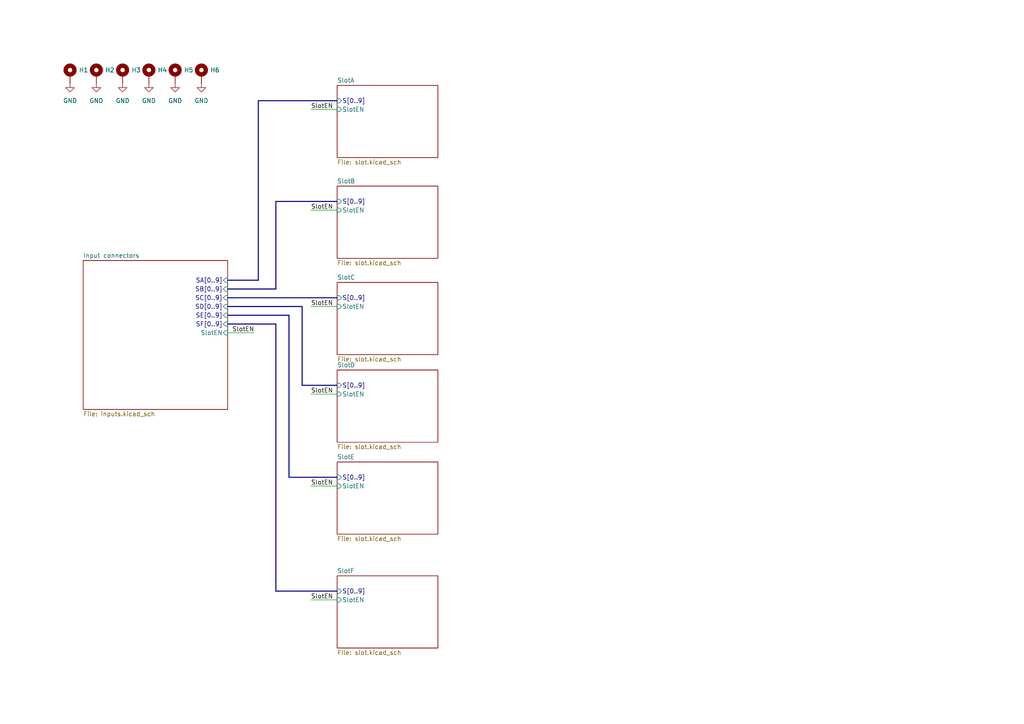
<source format=kicad_sch>
(kicad_sch (version 20231120) (generator "eeschema") (generator_version "8.0")
  (paper "A4")
  (lib_symbols
    (symbol "hadv-mechanical:MH_3.2mm" (pin_numbers hide) (pin_names (offset 1.016) hide) (in_bom no)
      (property "Reference" "H" (at 0 6.985 0))
      (symbol "MH_3.2mm_0_1"
        (circle (center 0 3.81) (radius 1.27) (stroke (width 1.27)))
      )
      (symbol "MH_3.2mm_1_1"
        (pin input line (at 0 0 90) (length 2.54) (name "1") (number "1"))
      )
    )
    (symbol "power:GND" (power) (pin_numbers hide) (pin_names (offset 0) hide)
      (property "Value" "GND" (at 0 -3.81 0))
      (symbol "GND_0_1"
        (polyline (pts (xy 0 0) (xy 0 -1.27) (xy 1.27 -1.27) (xy 0 -2.54) (xy -1.27 -1.27) (xy 0 -1.27)))
      )
      (symbol "GND_1_1"
        (pin power_in line (at 0 0 270) (length 0) (name "~") (number "1"))
      )
    )
  )
  (bus (pts (xy 87.63 88.9) (xy 87.63 111.76)))
  (wire (pts (xy 90.17 31.75) (xy 97.79 31.75)))
  (bus (pts (xy 80.01 93.98) (xy 80.01 171.45)))
  (wire (pts (xy 90.17 60.96) (xy 97.79 60.96)))
  (bus (pts (xy 97.79 29.21) (xy 74.93 29.21)))
  (wire (pts (xy 90.17 88.9) (xy 97.79 88.9)))
  (bus (pts (xy 80.01 171.45) (xy 97.79 171.45)))
  (bus (pts (xy 74.93 81.28) (xy 66.04 81.28)))
  (bus (pts (xy 83.82 138.43) (xy 97.79 138.43)))
  (wire (pts (xy 90.17 173.99) (xy 97.79 173.99)))
  (wire (pts (xy 90.17 140.97) (xy 97.79 140.97)))
  (bus (pts (xy 83.82 91.44) (xy 83.82 138.43)))
  (wire (pts (xy 66.04 96.52) (xy 73.66 96.52)))
  (wire (pts (xy 90.17 114.3) (xy 97.79 114.3)))
  (bus (pts (xy 87.63 111.76) (xy 97.79 111.76)))
  (bus (pts (xy 66.04 86.36) (xy 97.79 86.36)))
  (bus (pts (xy 66.04 91.44) (xy 83.82 91.44)))
  (bus (pts (xy 74.93 29.21) (xy 74.93 81.28)))
  (bus (pts (xy 66.04 88.9) (xy 87.63 88.9)))
  (bus (pts (xy 97.79 58.42) (xy 80.01 58.42)))
  (bus (pts (xy 66.04 93.98) (xy 80.01 93.98)))
  (bus (pts (xy 80.01 83.82) (xy 66.04 83.82)))
  (bus (pts (xy 80.01 58.42) (xy 80.01 83.82)))
  (label "SlotEN" (at 90.17 140.97 0))
  (label "SlotEN" (at 90.17 114.3 0))
  (label "SlotEN" (at 90.17 60.96 0))
  (label "SlotEN" (at 67.31 96.52 0))
  (label "SlotEN" (at 90.17 31.75 0))
  (label "SlotEN" (at 90.17 88.9 0))
  (label "SlotEN" (at 90.17 173.99 0))
  (symbol (lib_id "hadv-mechanical:MH_3.2mm") (at 50.8 24.13 0) (unit 1) (in_bom no)
    (property "Reference" "H5" (at 53.34 20.3199 0) (effects (justify left)))
    (property "Value" "MH_3.2mm" (effects (hide yes)))
    (property "Footprint" "MountingHole:MountingHole_3.2mm_M3_Pad_Via" (effects (hide yes)))
    (property "Description" "Mounting Hole with pad for M3 bolt" (effects (hide yes)))
  )
  (symbol (lib_id "power:GND") (at 50.8 24.13 0) (unit 1)
    (property "Reference" "#PWR061" (effects (hide yes)))
    (property "Value" "GND" (at 50.8 29.21 0))
    (property "Description" "Power symbol creates a global label with name \"GND\" , ground" (effects (hide yes)))
  )
  (symbol (lib_id "hadv-mechanical:MH_3.2mm") (at 20.32 24.13 0) (unit 1) (in_bom no)
    (property "Reference" "H1" (at 22.86 20.3199 0) (effects (justify left)))
    (property "Value" "MH_3.2mm" (effects (hide yes)))
    (property "Footprint" "MountingHole:MountingHole_3.2mm_M3_Pad_Via" (effects (hide yes)))
    (property "Description" "Mounting Hole with pad for M3 bolt" (effects (hide yes)))
  )
  (symbol (lib_id "hadv-mechanical:MH_3.2mm") (at 35.56 24.13 0) (unit 1) (in_bom no)
    (property "Reference" "H3" (at 38.1 20.3199 0) (effects (justify left)))
    (property "Value" "MH_3.2mm" (effects (hide yes)))
    (property "Footprint" "MountingHole:MountingHole_3.2mm_M3_Pad_Via" (effects (hide yes)))
    (property "Description" "Mounting Hole with pad for M3 bolt" (effects (hide yes)))
  )
  (symbol (lib_id "power:GND") (at 35.56 24.13 0) (unit 1)
    (property "Reference" "#PWR03" (effects (hide yes)))
    (property "Value" "GND" (at 35.56 29.21 0))
    (property "Description" "Power symbol creates a global label with name \"GND\" , ground" (effects (hide yes)))
  )
  (symbol (lib_id "power:GND") (at 20.32 24.13 0) (unit 1)
    (property "Reference" "#PWR01" (effects (hide yes)))
    (property "Value" "GND" (at 20.32 29.21 0))
    (property "Description" "Power symbol creates a global label with name \"GND\" , ground" (effects (hide yes)))
  )
  (symbol (lib_id "hadv-mechanical:MH_3.2mm") (at 43.18 24.13 0) (unit 1) (in_bom no)
    (property "Reference" "H4" (at 45.72 20.3199 0) (effects (justify left)))
    (property "Value" "MH_3.2mm" (effects (hide yes)))
    (property "Footprint" "MountingHole:MountingHole_3.2mm_M3_Pad_Via" (effects (hide yes)))
    (property "Description" "Mounting Hole with pad for M3 bolt" (effects (hide yes)))
  )
  (symbol (lib_id "power:GND") (at 43.18 24.13 0) (unit 1)
    (property "Reference" "#PWR04" (effects (hide yes)))
    (property "Value" "GND" (at 43.18 29.21 0))
    (property "Description" "Power symbol creates a global label with name \"GND\" , ground" (effects (hide yes)))
  )
  (symbol (lib_id "power:GND") (at 58.42 24.13 0) (unit 1)
    (property "Reference" "#PWR062" (effects (hide yes)))
    (property "Value" "GND" (at 58.42 29.21 0))
    (property "Description" "Power symbol creates a global label with name \"GND\" , ground" (effects (hide yes)))
  )
  (symbol (lib_id "hadv-mechanical:MH_3.2mm") (at 27.94 24.13 0) (unit 1) (in_bom no)
    (property "Reference" "H2" (at 30.48 20.3199 0) (effects (justify left)))
    (property "Value" "MH_3.2mm" (effects (hide yes)))
    (property "Footprint" "MountingHole:MountingHole_3.2mm_M3_Pad_Via" (effects (hide yes)))
    (property "Description" "Mounting Hole with pad for M3 bolt" (effects (hide yes)))
  )
  (symbol (lib_id "power:GND") (at 27.94 24.13 0) (unit 1)
    (property "Reference" "#PWR02" (effects (hide yes)))
    (property "Value" "GND" (at 27.94 29.21 0))
    (property "Description" "Power symbol creates a global label with name \"GND\" , ground" (effects (hide yes)))
  )
  (symbol (lib_id "hadv-mechanical:MH_3.2mm") (at 58.42 24.13 0) (unit 1) (in_bom no)
    (property "Reference" "H6" (at 60.96 20.3199 0) (effects (justify left)))
    (property "Value" "MH_3.2mm" (effects (hide yes)))
    (property "Footprint" "MountingHole:MountingHole_3.2mm_M3_Pad_Via" (effects (hide yes)))
    (property "Description" "Mounting Hole with pad for M3 bolt" (effects (hide yes)))
  )
  (sheet (at 97.79 107.315) (size 29.21 20.955) (stroke (width 0.1524))
    (property "Sheetname" "SlotD" (at 97.79 106.6034 0) (effects (justify left bottom)))
    (property "Sheetfile" "slot.kicad_sch" (at 97.79 128.8546 0) (effects (justify left top)))
    (pin "S[0..9]" input (at 97.79 111.76 180))
    (pin "SlotEN" input (at 97.79 114.3 180))
  )
  (sheet (at 97.79 24.765) (size 29.21 20.955) (stroke (width 0.1524))
    (property "Sheetname" "SlotA" (at 97.79 24.0534 0) (effects (justify left bottom)))
    (property "Sheetfile" "slot.kicad_sch" (at 97.79 46.3046 0) (effects (justify left top)))
    (pin "S[0..9]" input (at 97.79 29.21 180))
    (pin "SlotEN" input (at 97.79 31.75 180))
  )
  (sheet (at 24.13 75.565) (size 41.91 43.18) (stroke (width 0.1524))
    (property "Sheetname" "Input connectors" (at 24.13 74.8534 0) (effects (justify left bottom)))
    (property "Sheetfile" "inputs.kicad_sch" (at 24.13 119.3296 0) (effects (justify left top)))
    (pin "SE[0..9]" input (at 66.04 91.44 0))
    (pin "SF[0..9]" input (at 66.04 93.98 0))
    (pin "SB[0..9]" input (at 66.04 83.82 0))
    (pin "SlotEN" input (at 66.04 96.52 0))
    (pin "SD[0..9]" input (at 66.04 88.9 0))
    (pin "SA[0..9]" input (at 66.04 81.28 0))
    (pin "SC[0..9]" input (at 66.04 86.36 0))
  )
  (sheet (at 97.79 167.005) (size 29.21 20.955) (stroke (width 0.1524))
    (property "Sheetname" "SlotF" (at 97.79 166.2934 0) (effects (justify left bottom)))
    (property "Sheetfile" "slot.kicad_sch" (at 97.79 188.5446 0) (effects (justify left top)))
    (pin "S[0..9]" input (at 97.79 171.45 180))
    (pin "SlotEN" input (at 97.79 173.99 180))
  )
  (sheet (at 97.79 133.985) (size 29.21 20.955) (stroke (width 0.1524))
    (property "Sheetname" "SlotE" (at 97.79 133.2734 0) (effects (justify left bottom)))
    (property "Sheetfile" "slot.kicad_sch" (at 97.79 155.5246 0) (effects (justify left top)))
    (pin "S[0..9]" input (at 97.79 138.43 180))
    (pin "SlotEN" input (at 97.79 140.97 180))
  )
  (sheet (at 97.79 53.975) (size 29.21 20.955) (stroke (width 0.1524))
    (property "Sheetname" "SlotB" (at 97.79 53.2634 0) (effects (justify left bottom)))
    (property "Sheetfile" "slot.kicad_sch" (at 97.79 75.5146 0) (effects (justify left top)))
    (pin "S[0..9]" input (at 97.79 58.42 180))
    (pin "SlotEN" input (at 97.79 60.96 180))
  )
  (sheet (at 97.79 81.915) (size 29.21 20.955) (stroke (width 0.1524))
    (property "Sheetname" "SlotC" (at 97.79 81.2034 0) (effects (justify left bottom)))
    (property "Sheetfile" "slot.kicad_sch" (at 97.79 103.4546 0) (effects (justify left top)))
    (pin "S[0..9]" input (at 97.79 86.36 180))
    (pin "SlotEN" input (at 97.79 88.9 180))
  )
)
</source>
